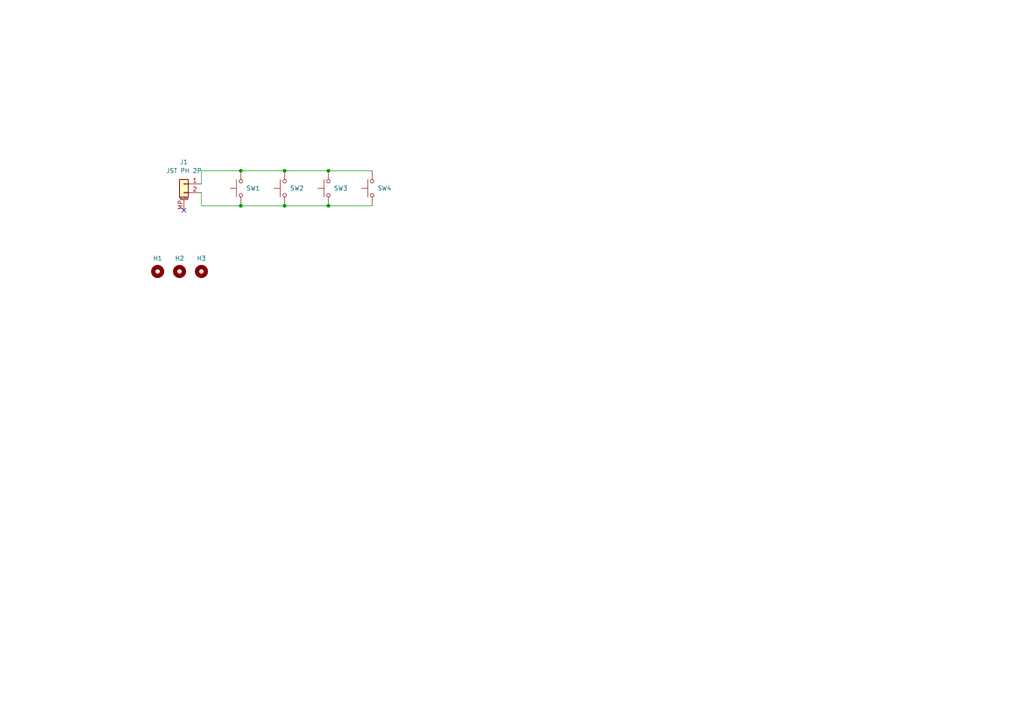
<source format=kicad_sch>
(kicad_sch (version 20250114) (generator "eeschema") (generator_version "9.0")
  (paper "A4")
  (lib_symbols
    (symbol "Connector_Generic_MountingPin:Conn_01x02_MountingPin" (pin_names (offset 1.016) (hide yes))
      (property "Reference" "J" (at 0 2.54 0))
      (property "Value" "Conn_01x02_MountingPin" (at 1.27 -5.08 0))
      (symbol "Conn_01x02_MountingPin_1_1"
        (rectangle (start -1.27 1.27) (end 1.27 -3.81) (stroke (width 0.254)) (fill (type background)))
        (rectangle (start -1.27 0.127) (end 0 -0.127) (stroke (width 0.1524)))
        (rectangle (start -1.27 -2.413) (end 0 -2.667) (stroke (width 0.1524)))
        (polyline (pts (xy -1.016 -4.572) (xy 1.016 -4.572)) (stroke (width 0.1524)))
        (text "Mounting" (at 0 -4.191 0) (effects (font (size 0.381 0.381))))
        (pin passive line (at -5.08 0 0) (length 3.81) (name "Pin_1") (number "1"))
        (pin passive line (at -5.08 -2.54 0) (length 3.81) (name "Pin_2") (number "2"))
        (pin passive line (at 0 -7.62 90) (length 3.048) (name "MountPin") (number "MP"))
      )
    )
    (symbol "Mechanical:MountingHole" (pin_names (offset 1.016)) (in_bom no)
      (property "Reference" "H" (at 0 5.08 0))
      (property "Value" "MountingHole" (at 0 3.175 0))
      (symbol "MountingHole_0_1"
        (circle (center 0 0) (radius 1.27) (stroke (width 1.27)))
      )
    )
    (symbol "Switch:SW_Push" (pin_numbers (hide yes)) (pin_names (offset 1.016) (hide yes))
      (property "Reference" "SW" (at 1.27 2.54 0))
      (property "Value" "SW_Push" (at 0 -1.524 0))
      (symbol "SW_Push_0_1"
        (circle (center -2.032 0) (radius 0.508))
        (polyline (pts (xy 0 1.27) (xy 0 3.048)))
        (circle (center 2.032 0) (radius 0.508))
        (polyline (pts (xy 2.54 1.27) (xy -2.54 1.27)))
        (pin passive line (at -5.08 0 0) (length 2.54) (name "1") (number "1"))
        (pin passive line (at 5.08 0 180) (length 2.54) (name "2") (number "2"))
      )
    )
  )
  (junction (at 69.85 49.53))
  (junction (at 82.55 49.53))
  (junction (at 82.55 59.69))
  (junction (at 69.85 59.69))
  (junction (at 95.25 59.69))
  (junction (at 95.25 49.53))
  (no_connect (at 53.34 60.96))
  (wire (pts (xy 95.25 49.53) (xy 107.95 49.53)))
  (wire (pts (xy 69.85 59.69) (xy 82.55 59.69)))
  (wire (pts (xy 82.55 49.53) (xy 95.25 49.53)))
  (wire (pts (xy 69.85 49.53) (xy 82.55 49.53)))
  (wire (pts (xy 82.55 59.69) (xy 95.25 59.69)))
  (wire (pts (xy 58.42 53.34) (xy 58.42 49.53)))
  (wire (pts (xy 95.25 59.69) (xy 107.95 59.69)))
  (wire (pts (xy 58.42 59.69) (xy 69.85 59.69)))
  (wire (pts (xy 58.42 49.53) (xy 69.85 49.53)))
  (wire (pts (xy 58.42 55.88) (xy 58.42 59.69)))
  (symbol (lib_id "Switch:SW_Push") (at 69.85 54.61 90) (mirror x) (unit 1)
    (property "Reference" "SW1" (at 71.374 54.61 90) (effects (justify right)))
    (property "Value" "SW_Push" (effects (hide yes)))
    (property "Footprint" "Button_Switch_Keyboard:SW_Cherry_MX_1.00u_Plate" (effects (hide yes)))
    (property "Description" "Push button switch, generic, two pins" (effects (hide yes)))
  )
  (symbol (lib_id "Connector_Generic_MountingPin:Conn_01x02_MountingPin") (at 53.34 53.34 0) (mirror y) (unit 1)
    (property "Reference" "J1" (at 53.34 46.99 0))
    (property "Value" "JST PH 2P" (at 53.34 49.53 0))
    (property "Footprint" "Connector_JST:JST_PH_S2B-PH-SM4-TB_1x02-1MP_P2.00mm_Horizontal" (effects (hide yes)))
    (property "Description" "Generic connectable mounting pin connector, single row, 01x02, script generated (kicad-library-utils/schlib/autogen/connector/)" (effects (hide yes)))
  )
  (symbol (lib_id "Switch:SW_Push") (at 95.25 54.61 90) (mirror x) (unit 1)
    (property "Reference" "SW3" (at 96.774 54.61 90) (effects (justify right)))
    (property "Value" "SW_Push" (effects (hide yes)))
    (property "Footprint" "Button_Switch_Keyboard:SW_Cherry_MX_1.00u_Plate" (effects (hide yes)))
    (property "Description" "Push button switch, generic, two pins" (effects (hide yes)))
  )
  (symbol (lib_id "Mechanical:MountingHole") (at 58.42 78.74 0) (unit 1) (in_bom no)
    (property "Reference" "H3" (at 58.42 74.93 0))
    (property "Value" "MountingHole" (effects (hide yes)))
    (property "Footprint" "MountingHole:MountingHole_2mm" (effects (hide yes)))
    (property "Description" "Mounting Hole without connection" (effects (hide yes)))
  )
  (symbol (lib_id "Mechanical:MountingHole") (at 45.72 78.74 0) (unit 1) (in_bom no)
    (property "Reference" "H1" (at 45.72 74.93 0))
    (property "Value" "MountingHole" (effects (hide yes)))
    (property "Footprint" "MountingHole:MountingHole_2mm" (effects (hide yes)))
    (property "Description" "Mounting Hole without connection" (effects (hide yes)))
  )
  (symbol (lib_id "Switch:SW_Push") (at 82.55 54.61 90) (mirror x) (unit 1)
    (property "Reference" "SW2" (at 84.074 54.61 90) (effects (justify right)))
    (property "Value" "SW_Push" (effects (hide yes)))
    (property "Footprint" "Button_Switch_Keyboard:SW_Cherry_MX_1.00u_Plate" (effects (hide yes)))
    (property "Description" "Push button switch, generic, two pins" (effects (hide yes)))
  )
  (symbol (lib_id "Switch:SW_Push") (at 107.95 54.61 90) (mirror x) (unit 1)
    (property "Reference" "SW4" (at 109.474 54.61 90) (effects (justify right)))
    (property "Value" "SW_Push" (effects (hide yes)))
    (property "Footprint" "Button_Switch_Keyboard:SW_Cherry_MX_1.00u_Plate" (effects (hide yes)))
    (property "Description" "Push button switch, generic, two pins" (effects (hide yes)))
  )
  (symbol (lib_id "Mechanical:MountingHole") (at 52.07 78.74 0) (unit 1) (in_bom no)
    (property "Reference" "H2" (at 52.07 74.93 0))
    (property "Value" "MountingHole" (effects (hide yes)))
    (property "Footprint" "MountingHole:MountingHole_2mm" (effects (hide yes)))
    (property "Description" "Mounting Hole without connection" (effects (hide yes)))
  )
)
</source>
